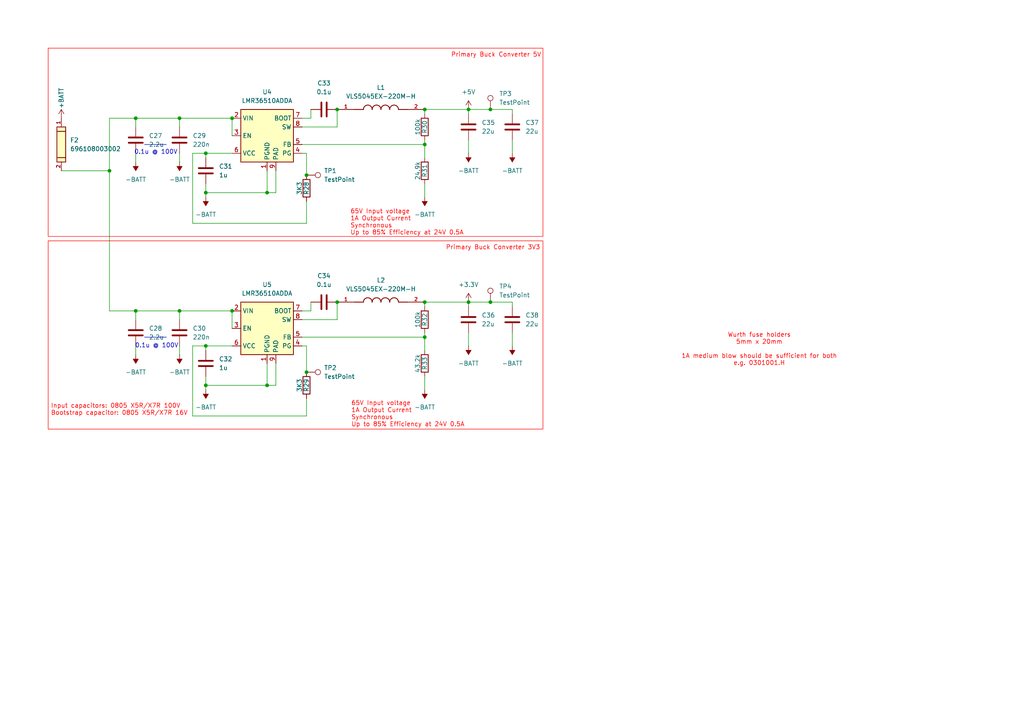
<source format=kicad_sch>
(kicad_sch (version 20250114) (generator "eeschema") (generator_version "9.0")
  (paper "A4")
  (title_block (title "IEM - Battery Management System") (date "2024-12-21") (rev "Rev 1.2") (company "Imperial Eco Marathon") (comment 1 "Designed by Anthony Ng") (comment 2 "Reviewed by "))
  (lib_symbols
    (symbol "696108003002:696108003002" (pin_names (offset 1.016))
      (property "Reference" "J" (at 0 2.54 0))
      (symbol "696108003002_0_0"
        (rectangle (start -5.08 -1.27) (end 5.08 1.27) (stroke (width 0.254)) (fill (type background)))
        (polyline (pts (xy -3.81 1.27) (xy -3.81 -1.27)) (stroke (width 0.254)))
        (polyline (pts (xy 3.81 1.27) (xy 3.81 -1.27)) (stroke (width 0.254)))
        (pin passive line (at -7.62 0 0) (length 2.54) (name "~") (number "1"))
        (pin passive line (at 7.62 0 180) (length 2.54) (name "~") (number "2"))
      )
    )
    (symbol "Connector:TestPoint" (pin_numbers (hide yes)) (pin_names (offset 0.762) (hide yes))
      (property "Reference" "TP" (at 0 6.858 0))
      (property "Value" "TestPoint" (at 0 5.08 0))
      (symbol "TestPoint_0_1"
        (circle (center 0 3.302) (radius 0.762))
      )
      (symbol "TestPoint_1_1"
        (pin passive line (at 0 0 90) (length 2.54) (name "1") (number "1"))
      )
    )
    (symbol "Device:C" (pin_numbers (hide yes)) (pin_names (offset 0.254))
      (property "Reference" "C" (at 0.635 2.54 0))
      (property "Value" "C" (at 0.635 -2.54 0))
      (symbol "C_0_1"
        (polyline (pts (xy -2.032 0.762) (xy 2.032 0.762)) (stroke (width 0.508)))
        (polyline (pts (xy -2.032 -0.762) (xy 2.032 -0.762)) (stroke (width 0.508)))
      )
      (symbol "C_1_1"
        (pin passive line (at 0 3.81 270) (length 2.794) (name "~") (number "1"))
        (pin passive line (at 0 -3.81 90) (length 2.794) (name "~") (number "2"))
      )
    )
    (symbol "Device:R" (pin_numbers (hide yes)) (pin_names (offset 0))
      (property "Reference" "R" (at 2.032 0 90))
      (property "Value" "R" (at 0 0 90))
      (symbol "R_0_1"
        (rectangle (start -1.016 -2.54) (end 1.016 2.54) (stroke (width 0.254)))
      )
      (symbol "R_1_1"
        (pin passive line (at 0 3.81 270) (length 1.27) (name "~") (number "1"))
        (pin passive line (at 0 -3.81 90) (length 1.27) (name "~") (number "2"))
      )
    )
    (symbol "Regulator_Switching:LMR36510ADDA"
      (property "Reference" "U" (at 0 11.43 0))
      (property "Value" "LMR36510ADDA" (at 0 8.89 0))
      (symbol "LMR36510ADDA_0_1"
        (rectangle (start -7.62 7.62) (end 7.62 -7.62) (stroke (width 0.254)) (fill (type background)))
      )
      (symbol "LMR36510ADDA_1_1"
        (pin power_in line (at -10.16 5.08 0) (length 2.54) (name "VIN") (number "2"))
        (pin input line (at -10.16 0 0) (length 2.54) (name "EN") (number "3"))
        (pin power_out line (at -10.16 -5.08 0) (length 2.54) (name "VCC") (number "6"))
        (pin power_in line (at 0 -10.16 90) (length 2.54) (name "PGND") (number "1"))
        (pin power_in line (at 2.54 -10.16 90) (length 2.54) (name "PAD") (number "9"))
        (pin input line (at 10.16 5.08 180) (length 2.54) (name "BOOT") (number "7"))
        (pin output line (at 10.16 2.54 180) (length 2.54) (name "SW") (number "8"))
        (pin input line (at 10.16 -2.54 180) (length 2.54) (name "FB") (number "5"))
        (pin open_collector line (at 10.16 -5.08 180) (length 2.54) (name "PG") (number "4"))
      )
    )
    (symbol "VLS5045EX-220M:VLS5045EX-220M-H" (pin_names (offset 1.016))
      (property "Reference" "L" (at -5.08 2.54 0))
      (property "Value" "VLS5045EX-220M-H" (at -5.08 -2.54 0))
      (symbol "VLS5045EX-220M-H_0_0"
        (polyline (pts (xy -5.08 0) (xy -7.62 0)) (stroke (width 0.254)))
        (arc (start -5.08 0) (mid -3.81 1.2645) (end -2.54 0) (stroke (width 0.254)))
        (arc (start -2.54 0) (mid -1.27 1.2645) (end 0 0) (stroke (width 0.254)))
        (arc (start 0 0) (mid 1.27 1.2645) (end 2.54 0) (stroke (width 0.254)))
        (arc (start 2.54 0) (mid 3.81 1.2645) (end 5.08 0) (stroke (width 0.254)))
        (polyline (pts (xy 5.08 0) (xy 7.62 0)) (stroke (width 0.254)))
        (pin passive line (at -12.7 0 0) (length 5.08) (name "~") (number "1"))
        (pin passive line (at 12.7 0 180) (length 5.08) (name "~") (number "2"))
      )
    )
    (symbol "power:+3.3V" (power) (pin_numbers (hide yes)) (pin_names (offset 0) (hide yes))
      (property "Value" "+3.3V" (at 0 3.556 0))
      (symbol "+3.3V_0_1"
        (polyline (pts (xy -0.762 1.27) (xy 0 2.54)))
        (polyline (pts (xy 0 2.54) (xy 0.762 1.27)))
        (polyline (pts (xy 0 0) (xy 0 2.54)))
      )
      (symbol "+3.3V_1_1"
        (pin power_in line (at 0 0 90) (length 0) (name "~") (number "1"))
      )
    )
    (symbol "power:+5V" (power) (pin_numbers (hide yes)) (pin_names (offset 0) (hide yes))
      (property "Value" "+5V" (at 0 3.556 0))
      (symbol "+5V_0_1"
        (polyline (pts (xy -0.762 1.27) (xy 0 2.54)))
        (polyline (pts (xy 0 2.54) (xy 0.762 1.27)))
        (polyline (pts (xy 0 0) (xy 0 2.54)))
      )
      (symbol "+5V_1_1"
        (pin power_in line (at 0 0 90) (length 0) (name "~") (number "1"))
      )
    )
    (symbol "power:+BATT" (power) (pin_numbers (hide yes)) (pin_names (offset 0) (hide yes))
      (property "Value" "+BATT" (at 0 3.556 0))
      (symbol "+BATT_0_1"
        (polyline (pts (xy -0.762 1.27) (xy 0 2.54)))
        (polyline (pts (xy 0 2.54) (xy 0.762 1.27)))
        (polyline (pts (xy 0 0) (xy 0 2.54)))
      )
      (symbol "+BATT_1_1"
        (pin power_in line (at 0 0 90) (length 0) (name "~") (number "1"))
      )
    )
    (symbol "power:-BATT" (power) (pin_numbers (hide yes)) (pin_names (offset 0) (hide yes))
      (property "Value" "-BATT" (at 0 3.556 0))
      (symbol "-BATT_0_1"
        (polyline (pts (xy 0 0) (xy 0 2.54)))
        (polyline (pts (xy 0.762 1.27) (xy -0.762 1.27) (xy 0 2.54) (xy 0.762 1.27)) (fill (type outline)))
      )
      (symbol "-BATT_1_1"
        (pin power_in line (at 0 0 90) (length 0) (name "~") (number "1"))
      )
    )
  )
  (rectangle (start 13.97 69.85) (end 157.48 124.46) (stroke (width 0) (color 255 0 0 1)))
  (rectangle (start 13.97 13.97) (end 157.48 68.58) (stroke (width 0) (color 255 0 0 1)))
  (text "65V Input voltage\n1A Output Current\nSynchronous\nUp to 85% Efficiency at 24V 0.5A" (at 101.854 120.142 0) (effects (font (size 1.27 1.27)) (justify left)))
  (text "0.1u @ 100V" (at 45.466 100.33 0) (effects (font (size 1.27 1.27))))
  (text "Primary Buck Converter 5V" (at 130.81 16.002 0) (effects (font (size 1.27 1.27)) (justify left)))
  (text "Wurth fuse holders\n5mm x 20mm\n\n1A medium blow should be sufficient for both\ne.g. 0301001.H" (at 220.218 101.346 0) (effects (font (size 1.27 1.27))))
  (text "65V Input voltage\n1A Output Current\nSynchronous\nUp to 85% Efficiency at 24V 0.5A" (at 101.6 64.516 0) (effects (font (size 1.27 1.27)) (justify left)))
  (text "Primary Buck Converter 3V3" (at 129.286 71.882 0) (effects (font (size 1.27 1.27)) (justify left)))
  (text "Input capacitors: 0805 X5R/X7R 100V\nBootstrap capacitor: 0805 X5R/X7R 16V" (at 14.732 118.872 0) (effects (font (size 1.27 1.27)) (justify left)))
  (text "0.1u @ 100V" (at 45.212 44.196 0) (effects (font (size 1.27 1.27))))
  (junction (at 97.79 87.63))
  (junction (at 52.07 90.17))
  (junction (at 123.19 31.75))
  (junction (at 97.79 31.75))
  (junction (at 59.69 55.88))
  (junction (at 135.89 87.63))
  (junction (at 123.19 87.63))
  (junction (at 31.75 49.53))
  (junction (at 123.19 41.91))
  (junction (at 67.31 34.29))
  (junction (at 77.47 111.76))
  (junction (at 59.69 100.33))
  (junction (at 142.24 31.75))
  (junction (at 59.69 111.76))
  (junction (at 123.19 97.79))
  (junction (at 88.9 50.8))
  (junction (at 39.37 90.17))
  (junction (at 142.24 87.63))
  (junction (at 52.07 34.29))
  (junction (at 135.89 31.75))
  (junction (at 67.31 90.17))
  (junction (at 39.37 34.29))
  (junction (at 77.47 55.88))
  (junction (at 59.69 44.45))
  (junction (at 88.9 107.95))
  (wire (pts (xy 148.59 88.9) (xy 148.59 87.63)))
  (wire (pts (xy 59.69 44.45) (xy 67.31 44.45)))
  (wire (pts (xy 123.19 40.64) (xy 123.19 41.91)))
  (wire (pts (xy 87.63 41.91) (xy 123.19 41.91)))
  (wire (pts (xy 88.9 115.57) (xy 88.9 120.65)))
  (wire (pts (xy 80.01 49.53) (xy 80.01 55.88)))
  (wire (pts (xy 135.89 40.64) (xy 135.89 44.45)))
  (wire (pts (xy 135.89 88.9) (xy 135.89 87.63)))
  (wire (pts (xy 148.59 31.75) (xy 142.24 31.75)))
  (wire (pts (xy 31.75 49.53) (xy 31.75 34.29)))
  (wire (pts (xy 80.01 111.76) (xy 77.47 111.76)))
  (wire (pts (xy 59.69 53.34) (xy 59.69 55.88)))
  (wire (pts (xy 148.59 87.63) (xy 142.24 87.63)))
  (wire (pts (xy 88.9 107.95) (xy 88.9 100.33)))
  (wire (pts (xy 59.69 45.72) (xy 59.69 44.45)))
  (wire (pts (xy 77.47 55.88) (xy 59.69 55.88)))
  (wire (pts (xy 123.19 109.22) (xy 123.19 113.03)))
  (wire (pts (xy 148.59 40.64) (xy 148.59 44.45)))
  (wire (pts (xy 59.69 101.6) (xy 59.69 100.33)))
  (wire (pts (xy 142.24 87.63) (xy 135.89 87.63)))
  (wire (pts (xy 67.31 34.29) (xy 67.31 39.37)))
  (wire (pts (xy 123.19 31.75) (xy 123.19 33.02)))
  (wire (pts (xy 148.59 33.02) (xy 148.59 31.75)))
  (wire (pts (xy 142.24 31.75) (xy 135.89 31.75)))
  (wire (pts (xy 52.07 44.45) (xy 52.07 46.99)))
  (wire (pts (xy 88.9 58.42) (xy 88.9 64.77)))
  (wire (pts (xy 31.75 34.29) (xy 39.37 34.29)))
  (wire (pts (xy 123.19 53.34) (xy 123.19 57.15)))
  (wire (pts (xy 87.63 34.29) (xy 90.17 34.29)))
  (wire (pts (xy 52.07 34.29) (xy 67.31 34.29)))
  (wire (pts (xy 52.07 100.33) (xy 52.07 102.87)))
  (wire (pts (xy 17.78 49.53) (xy 31.75 49.53)))
  (wire (pts (xy 90.17 90.17) (xy 90.17 87.63)))
  (wire (pts (xy 123.19 96.52) (xy 123.19 97.79)))
  (wire (pts (xy 77.47 49.53) (xy 77.47 55.88)))
  (wire (pts (xy 39.37 44.45) (xy 39.37 46.99)))
  (wire (pts (xy 123.19 97.79) (xy 123.19 101.6)))
  (wire (pts (xy 97.79 36.83) (xy 97.79 31.75)))
  (wire (pts (xy 59.69 55.88) (xy 59.69 57.15)))
  (wire (pts (xy 39.37 92.71) (xy 39.37 90.17)))
  (wire (pts (xy 77.47 105.41) (xy 77.47 111.76)))
  (wire (pts (xy 39.37 36.83) (xy 39.37 34.29)))
  (wire (pts (xy 88.9 44.45) (xy 87.63 44.45)))
  (wire (pts (xy 135.89 96.52) (xy 135.89 100.33)))
  (wire (pts (xy 123.19 41.91) (xy 123.19 45.72)))
  (wire (pts (xy 135.89 33.02) (xy 135.89 31.75)))
  (wire (pts (xy 148.59 96.52) (xy 148.59 100.33)))
  (wire (pts (xy 135.89 31.75) (xy 123.19 31.75)))
  (wire (pts (xy 80.01 55.88) (xy 77.47 55.88)))
  (wire (pts (xy 31.75 90.17) (xy 31.75 49.53)))
  (wire (pts (xy 52.07 90.17) (xy 67.31 90.17)))
  (wire (pts (xy 88.9 64.77) (xy 55.88 64.77)))
  (wire (pts (xy 39.37 34.29) (xy 52.07 34.29)))
  (wire (pts (xy 87.63 90.17) (xy 90.17 90.17)))
  (wire (pts (xy 80.01 105.41) (xy 80.01 111.76)))
  (wire (pts (xy 77.47 111.76) (xy 59.69 111.76)))
  (wire (pts (xy 123.19 87.63) (xy 123.19 88.9)))
  (wire (pts (xy 55.88 100.33) (xy 59.69 100.33)))
  (wire (pts (xy 55.88 120.65) (xy 55.88 100.33)))
  (wire (pts (xy 97.79 92.71) (xy 97.79 87.63)))
  (wire (pts (xy 87.63 92.71) (xy 97.79 92.71)))
  (wire (pts (xy 59.69 111.76) (xy 59.69 113.03)))
  (wire (pts (xy 88.9 100.33) (xy 87.63 100.33)))
  (wire (pts (xy 59.69 109.22) (xy 59.69 111.76)))
  (wire (pts (xy 88.9 50.8) (xy 88.9 44.45)))
  (wire (pts (xy 67.31 90.17) (xy 67.31 95.25)))
  (wire (pts (xy 31.75 90.17) (xy 39.37 90.17)))
  (wire (pts (xy 52.07 36.83) (xy 52.07 34.29)))
  (wire (pts (xy 59.69 100.33) (xy 67.31 100.33)))
  (wire (pts (xy 90.17 34.29) (xy 90.17 31.75)))
  (wire (pts (xy 135.89 87.63) (xy 123.19 87.63)))
  (wire (pts (xy 52.07 92.71) (xy 52.07 90.17)))
  (wire (pts (xy 87.63 97.79) (xy 123.19 97.79)))
  (wire (pts (xy 87.63 36.83) (xy 97.79 36.83)))
  (wire (pts (xy 55.88 64.77) (xy 55.88 44.45)))
  (wire (pts (xy 55.88 44.45) (xy 59.69 44.45)))
  (polyline (pts (xy 41.91 41.91) (xy 48.26 41.91)))
  (wire (pts (xy 88.9 120.65) (xy 55.88 120.65)))
  (polyline (pts (xy 41.91 97.79) (xy 48.26 97.79)))
  (wire (pts (xy 39.37 90.17) (xy 52.07 90.17)))
  (wire (pts (xy 39.37 100.33) (xy 39.37 102.87)))
  (symbol (lib_id "power:-BATT") (at 135.89 100.33 180) (unit 1)
    (property "Reference" "#PWR071" (effects (hide yes)))
    (property "Value" "-BATT" (at 135.89 105.41 0))
    (property "Description" "Power symbol creates a global label with name \"-BATT\"" (effects (hide yes)))
  )
  (symbol (lib_id "power:-BATT") (at 39.37 102.87 180) (unit 1)
    (property "Reference" "#PWR061" (effects (hide yes)))
    (property "Value" "-BATT" (at 39.37 107.95 0))
    (property "Description" "Power symbol creates a global label with name \"-BATT\"" (effects (hide yes)))
  )
  (symbol (lib_id "power:-BATT") (at 123.19 57.15 180) (unit 1)
    (property "Reference" "#PWR066" (effects (hide yes)))
    (property "Value" "-BATT" (at 123.19 62.23 0))
    (property "Description" "Power symbol creates a global label with name \"-BATT\"" (effects (hide yes)))
  )
  (symbol (lib_id "Device:C") (at 52.07 96.52 0) (unit 1)
    (property "Reference" "C30" (at 55.88 95.2499 0) (effects (justify left)))
    (property "Value" "220n" (at 55.88 97.7899 0) (effects (justify left)))
    (property "Footprint" "Capacitor_SMD:C_0805_2012Metric_Pad1.18x1.45mm_HandSolder" (effects (hide yes)))
    (property "Description" "Unpolarized capacitor" (effects (hide yes)))
  )
  (symbol (lib_id "VLS5045EX-220M:VLS5045EX-220M-H") (at 110.49 87.63 0) (unit 1)
    (property "Reference" "L2" (at 110.49 81.28 0))
    (property "Value" "VLS5045EX-220M-H" (at 110.49 83.82 0))
    (property "Footprint" "VLS5045EX-220M:IND_VLS5045EX-220M-H" (effects (hide yes)))
    (property "MF" "TDK Corporation" (effects (hide yes)))
    (property "MAXIMUM_PACKAGE_HEIGHT" "4.5 mm" (effects (hide yes)))
    (property "Package" "NON STANDARD-2 TDK" (effects (hide yes)))
    (property "Price" "None" (effects (hide yes)))
    (property "Check_prices" "https://www.snapeda.com/parts/VLS5045EX-220M-H/TDK/view-part/?ref=eda" (effects (hide yes)))
    (property "STANDARD" "Manufacturer Recommendations" (effects (hide yes)))
    (property "PARTREV" "20200805" (effects (hide yes)))
    (property "SnapEDA_Link" "https://www.snapeda.com/parts/VLS5045EX-220M-H/TDK/view-part/?ref=snap" (effects (hide yes)))
    (property "MP" "VLS5045EX-220M-H" (effects (hide yes)))
    (property "Description_1" "\n                        \n                            22 µH Shielded Drum Core, Wirewound Inductor 1.8 A 162.5mOhm Max Nonstandard -\n                        \n" (effects (hide yes)))
    (property "Availability" "In Stock" (effects (hide yes)))
    (property "MANUFACTURER" "TDK Corporation" (effects (hide yes)))
  )
  (symbol (lib_id "power:+3.3V") (at 135.89 87.63 0) (unit 1)
    (property "Reference" "#PWR070" (effects (hide yes)))
    (property "Value" "+3.3V" (at 135.89 82.55 0))
    (property "Description" "Power symbol creates a global label with name \"+3.3V\"" (effects (hide yes)))
  )
  (symbol (lib_id "Device:C") (at 39.37 40.64 0) (unit 1)
    (property "Reference" "C27" (at 43.18 39.3699 0) (effects (justify left)))
    (property "Value" "2.2u" (at 43.18 41.9099 0) (effects (justify left)))
    (property "Footprint" "Capacitor_SMD:C_0805_2012Metric_Pad1.18x1.45mm_HandSolder" (effects (hide yes)))
    (property "Description" "Unpolarized capacitor" (effects (hide yes)))
  )
  (symbol (lib_id "power:-BATT") (at 135.89 44.45 180) (unit 1)
    (property "Reference" "#PWR069" (effects (hide yes)))
    (property "Value" "-BATT" (at 135.89 49.53 0))
    (property "Description" "Power symbol creates a global label with name \"-BATT\"" (effects (hide yes)))
  )
  (symbol (lib_id "696108003002:696108003002") (at 17.78 41.91 270) (unit 1)
    (property "Reference" "F2" (at 20.32 40.6399 90) (effects (justify left)))
    (property "Value" "696108003002" (at 20.32 43.1799 90) (effects (justify left)))
    (property "Footprint" "696108003002:696108003002" (effects (hide yes)))
    (property "Check_prices" "https://www.snapeda.com/parts/696108003002/W%25C3%25BCrth+Elektronik+Midcom/view-part/?ref=eda" (effects (hide yes)))
    (property "MF" "Würth Elektronik" (effects (hide yes)))
    (property "Description_1" "\n                        \n                            Fuse Block 20 A 250V 1 Circuit Cartridge Through Hole\n                        \n" (effects (hide yes)))
    (property "Package" "None" (effects (hide yes)))
    (property "Price" "None" (effects (hide yes)))
    (property "IR-VDE" "6.3A" (effects (hide yes)))
    (property "IR-UL" "20A" (effects (hide yes)))
    (property "VALUE" "696108003002" (effects (hide yes)))
    (property "MATES" "696122003001" (effects (hide yes)))
    (property "DATASHEET-URL" "https://www.we-online.com/catalog/datasheet/696108003002.pdf" (effects (hide yes)))
    (property "MP" "696108003002" (effects (hide yes)))
    (property "PART-NUMBER" "696108003002" (effects (hide yes)))
    (property "Availability" "In Stock" (effects (hide yes)))
    (property "SnapEDA_Link" "https://www.snapeda.com/parts/696108003002/W%25C3%25BCrth+Elektronik+Midcom/view-part/?ref=snap" (effects (hide yes)))
  )
  (symbol (lib_id "Connector:TestPoint") (at 142.24 87.63 0) (unit 1)
    (property "Reference" "TP4" (at 144.78 83.0579 0) (effects (justify left)))
    (property "Value" "TestPoint" (at 144.78 85.5979 0) (effects (justify left)))
    (property "Footprint" "TestPoint:TestPoint_Pad_1.0x1.0mm" (effects (hide yes)))
    (property "Description" "test point" (effects (hide yes)))
  )
  (symbol (lib_id "power:-BATT") (at 123.19 113.03 180) (unit 1)
    (property "Reference" "#PWR067" (effects (hide yes)))
    (property "Value" "-BATT" (at 123.19 118.11 0))
    (property "Description" "Power symbol creates a global label with name \"-BATT\"" (effects (hide yes)))
  )
  (symbol (lib_id "Device:C") (at 52.07 40.64 0) (unit 1)
    (property "Reference" "C29" (at 55.88 39.3699 0) (effects (justify left)))
    (property "Value" "220n" (at 55.88 41.9099 0) (effects (justify left)))
    (property "Footprint" "Capacitor_SMD:C_0805_2012Metric_Pad1.18x1.45mm_HandSolder" (effects (hide yes)))
    (property "Description" "Unpolarized capacitor" (effects (hide yes)))
  )
  (symbol (lib_id "Device:C") (at 39.37 96.52 0) (unit 1)
    (property "Reference" "C28" (at 43.18 95.2499 0) (effects (justify left)))
    (property "Value" "2.2u" (at 43.18 97.7899 0) (effects (justify left)))
    (property "Footprint" "Capacitor_SMD:C_0805_2012Metric_Pad1.18x1.45mm_HandSolder" (effects (hide yes)))
    (property "Description" "Unpolarized capacitor" (effects (hide yes)))
  )
  (symbol (lib_id "power:+5V") (at 135.89 31.75 0) (unit 1)
    (property "Reference" "#PWR068" (effects (hide yes)))
    (property "Value" "+5V" (at 135.89 26.67 0))
    (property "Description" "Power symbol creates a global label with name \"+5V\"" (effects (hide yes)))
  )
  (symbol (lib_id "Device:R") (at 123.19 49.53 180) (unit 1)
    (property "Reference" "R31" (at 123.19 49.53 90))
    (property "Value" "24.9k" (at 121.158 49.53 90))
    (property "Footprint" "Resistor_SMD:R_0805_2012Metric_Pad1.20x1.40mm_HandSolder" (effects (hide yes)))
    (property "Description" "Resistor" (effects (hide yes)))
  )
  (symbol (lib_id "Device:R") (at 88.9 54.61 180) (unit 1)
    (property "Reference" "R28" (at 88.9 54.61 90))
    (property "Value" "3K3" (at 86.868 54.61 90))
    (property "Footprint" "Resistor_SMD:R_0805_2012Metric_Pad1.20x1.40mm_HandSolder" (effects (hide yes)))
    (property "Description" "Resistor" (effects (hide yes)))
  )
  (symbol (lib_id "Regulator_Switching:LMR36510ADDA") (at 77.47 95.25 0) (unit 1)
    (property "Reference" "U5" (at 77.47 82.55 0))
    (property "Value" "LMR36510ADDA" (at 77.47 85.09 0))
    (property "Footprint" "Package_SO:Texas_HTSOP-8-1EP_3.9x4.9mm_P1.27mm_EP2.95x4.9mm_Mask2.4x3.1mm_ThermalVias" (effects (hide yes)))
    (property "Datasheet" "http://www.ti.com/lit/ds/symlink/lmr36510.pdf" (effects (hide yes)))
    (property "Description" "Simple Switcher Synchronous Buck Regulator, Vin=4.2-65V, Iout=1A, F=400kHz, Adjustable output voltage, HSOP-8" (effects (hide yes)))
  )
  (symbol (lib_id "Device:R") (at 123.19 36.83 180) (unit 1)
    (property "Reference" "R30" (at 123.19 36.83 90))
    (property "Value" "100k" (at 121.158 36.83 90))
    (property "Footprint" "Resistor_SMD:R_0805_2012Metric_Pad1.20x1.40mm_HandSolder" (effects (hide yes)))
    (property "Description" "Resistor" (effects (hide yes)))
  )
  (symbol (lib_id "Device:C") (at 59.69 49.53 0) (unit 1)
    (property "Reference" "C31" (at 63.5 48.2599 0) (effects (justify left)))
    (property "Value" "1u" (at 63.5 50.7999 0) (effects (justify left)))
    (property "Footprint" "Capacitor_SMD:C_0805_2012Metric_Pad1.18x1.45mm_HandSolder" (effects (hide yes)))
    (property "Description" "Unpolarized capacitor" (effects (hide yes)))
  )
  (symbol (lib_id "Device:C") (at 59.69 105.41 0) (unit 1)
    (property "Reference" "C32" (at 63.5 104.1399 0) (effects (justify left)))
    (property "Value" "1u" (at 63.5 106.6799 0) (effects (justify left)))
    (property "Footprint" "Capacitor_SMD:C_0805_2012Metric_Pad1.18x1.45mm_HandSolder" (effects (hide yes)))
    (property "Description" "Unpolarized capacitor" (effects (hide yes)))
  )
  (symbol (lib_id "Device:R") (at 123.19 105.41 180) (unit 1)
    (property "Reference" "R33" (at 123.19 105.41 90))
    (property "Value" "43.2k" (at 121.158 105.41 90))
    (property "Footprint" "Resistor_SMD:R_0805_2012Metric_Pad1.20x1.40mm_HandSolder" (effects (hide yes)))
    (property "Description" "Resistor" (effects (hide yes)))
  )
  (symbol (lib_id "Device:R") (at 123.19 92.71 180) (unit 1)
    (property "Reference" "R32" (at 123.19 92.71 90))
    (property "Value" "100k" (at 121.158 92.71 90))
    (property "Footprint" "Resistor_SMD:R_0805_2012Metric_Pad1.20x1.40mm_HandSolder" (effects (hide yes)))
    (property "Description" "Resistor" (effects (hide yes)))
  )
  (symbol (lib_id "Device:C") (at 148.59 36.83 0) (unit 1)
    (property "Reference" "C37" (at 152.4 35.5599 0) (effects (justify left)))
    (property "Value" "22u" (at 152.4 38.0999 0) (effects (justify left)))
    (property "Footprint" "Capacitor_SMD:C_0805_2012Metric_Pad1.18x1.45mm_HandSolder" (effects (hide yes)))
    (property "Description" "Unpolarized capacitor" (effects (hide yes)))
  )
  (symbol (lib_id "Device:C") (at 135.89 92.71 0) (unit 1)
    (property "Reference" "C36" (at 139.7 91.4399 0) (effects (justify left)))
    (property "Value" "22u" (at 139.7 93.9799 0) (effects (justify left)))
    (property "Footprint" "Capacitor_SMD:C_0805_2012Metric_Pad1.18x1.45mm_HandSolder" (effects (hide yes)))
    (property "Description" "Unpolarized capacitor" (effects (hide yes)))
  )
  (symbol (lib_id "Connector:TestPoint") (at 88.9 107.95 270) (unit 1)
    (property "Reference" "TP2" (at 93.98 106.6799 90) (effects (justify left)))
    (property "Value" "TestPoint" (at 93.98 109.2199 90) (effects (justify left)))
    (property "Footprint" "TestPoint:TestPoint_Pad_1.0x1.0mm" (effects (hide yes)))
    (property "Description" "test point" (effects (hide yes)))
  )
  (symbol (lib_id "power:-BATT") (at 52.07 46.99 180) (unit 1)
    (property "Reference" "#PWR062" (effects (hide yes)))
    (property "Value" "-BATT" (at 52.07 52.07 0))
    (property "Description" "Power symbol creates a global label with name \"-BATT\"" (effects (hide yes)))
  )
  (symbol (lib_id "power:-BATT") (at 59.69 113.03 180) (unit 1)
    (property "Reference" "#PWR065" (effects (hide yes)))
    (property "Value" "-BATT" (at 59.69 118.11 0))
    (property "Description" "Power symbol creates a global label with name \"-BATT\"" (effects (hide yes)))
  )
  (symbol (lib_id "Device:C") (at 135.89 36.83 0) (unit 1)
    (property "Reference" "C35" (at 139.7 35.5599 0) (effects (justify left)))
    (property "Value" "22u" (at 139.7 38.0999 0) (effects (justify left)))
    (property "Footprint" "Capacitor_SMD:C_0805_2012Metric_Pad1.18x1.45mm_HandSolder" (effects (hide yes)))
    (property "Description" "Unpolarized capacitor" (effects (hide yes)))
  )
  (symbol (lib_id "power:-BATT") (at 59.69 57.15 180) (unit 1)
    (property "Reference" "#PWR064" (effects (hide yes)))
    (property "Value" "-BATT" (at 59.69 62.23 0))
    (property "Description" "Power symbol creates a global label with name \"-BATT\"" (effects (hide yes)))
  )
  (symbol (lib_id "Connector:TestPoint") (at 142.24 31.75 0) (unit 1)
    (property "Reference" "TP3" (at 144.78 27.1779 0) (effects (justify left)))
    (property "Value" "TestPoint" (at 144.78 29.7179 0) (effects (justify left)))
    (property "Footprint" "TestPoint:TestPoint_Pad_1.0x1.0mm" (effects (hide yes)))
    (property "Description" "test point" (effects (hide yes)))
  )
  (symbol (lib_id "Device:C") (at 93.98 31.75 90) (unit 1)
    (property "Reference" "C33" (at 93.98 24.13 90))
    (property "Value" "0.1u" (at 93.98 26.67 90))
    (property "Footprint" "Capacitor_SMD:C_0805_2012Metric_Pad1.18x1.45mm_HandSolder" (effects (hide yes)))
    (property "Description" "Unpolarized capacitor" (effects (hide yes)))
  )
  (symbol (lib_id "Connector:TestPoint") (at 88.9 50.8 270) (unit 1)
    (property "Reference" "TP1" (at 93.98 49.5299 90) (effects (justify left)))
    (property "Value" "TestPoint" (at 93.98 52.0699 90) (effects (justify left)))
    (property "Footprint" "TestPoint:TestPoint_Pad_1.0x1.0mm" (effects (hide yes)))
    (property "Description" "test point" (effects (hide yes)))
  )
  (symbol (lib_id "Device:R") (at 88.9 111.76 180) (unit 1)
    (property "Reference" "R29" (at 88.9 111.76 90))
    (property "Value" "3K3" (at 86.868 111.76 90))
    (property "Footprint" "Resistor_SMD:R_0805_2012Metric_Pad1.20x1.40mm_HandSolder" (effects (hide yes)))
    (property "Description" "Resistor" (effects (hide yes)))
  )
  (symbol (lib_id "power:-BATT") (at 39.37 46.99 180) (unit 1)
    (property "Reference" "#PWR060" (effects (hide yes)))
    (property "Value" "-BATT" (at 39.37 52.07 0))
    (property "Description" "Power symbol creates a global label with name \"-BATT\"" (effects (hide yes)))
  )
  (symbol (lib_id "Device:C") (at 93.98 87.63 90) (unit 1)
    (property "Reference" "C34" (at 93.98 80.01 90))
    (property "Value" "0.1u" (at 93.98 82.55 90))
    (property "Footprint" "Capacitor_SMD:C_0805_2012Metric_Pad1.18x1.45mm_HandSolder" (effects (hide yes)))
    (property "Description" "Unpolarized capacitor" (effects (hide yes)))
  )
  (symbol (lib_id "power:-BATT") (at 52.07 102.87 180) (unit 1)
    (property "Reference" "#PWR063" (effects (hide yes)))
    (property "Value" "-BATT" (at 52.07 107.95 0))
    (property "Description" "Power symbol creates a global label with name \"-BATT\"" (effects (hide yes)))
  )
  (symbol (lib_id "Device:C") (at 148.59 92.71 0) (unit 1)
    (property "Reference" "C38" (at 152.4 91.4399 0) (effects (justify left)))
    (property "Value" "22u" (at 152.4 93.9799 0) (effects (justify left)))
    (property "Footprint" "Capacitor_SMD:C_0805_2012Metric_Pad1.18x1.45mm_HandSolder" (effects (hide yes)))
    (property "Description" "Unpolarized capacitor" (effects (hide yes)))
  )
  (symbol (lib_id "power:-BATT") (at 148.59 100.33 180) (unit 1)
    (property "Reference" "#PWR073" (effects (hide yes)))
    (property "Value" "-BATT" (at 148.59 105.41 0))
    (property "Description" "Power symbol creates a global label with name \"-BATT\"" (effects (hide yes)))
  )
  (symbol (lib_id "VLS5045EX-220M:VLS5045EX-220M-H") (at 110.49 31.75 0) (unit 1)
    (property "Reference" "L1" (at 110.49 25.4 0))
    (property "Value" "VLS5045EX-220M-H" (at 110.49 27.94 0))
    (property "Footprint" "VLS5045EX-220M:IND_VLS5045EX-220M-H" (effects (hide yes)))
    (property "MF" "TDK Corporation" (effects (hide yes)))
    (property "MAXIMUM_PACKAGE_HEIGHT" "4.5 mm" (effects (hide yes)))
    (property "Package" "NON STANDARD-2 TDK" (effects (hide yes)))
    (property "Price" "None" (effects (hide yes)))
    (property "Check_prices" "https://www.snapeda.com/parts/VLS5045EX-220M-H/TDK/view-part/?ref=eda" (effects (hide yes)))
    (property "STANDARD" "Manufacturer Recommendations" (effects (hide yes)))
    (property "PARTREV" "20200805" (effects (hide yes)))
    (property "SnapEDA_Link" "https://www.snapeda.com/parts/VLS5045EX-220M-H/TDK/view-part/?ref=snap" (effects (hide yes)))
    (property "MP" "VLS5045EX-220M-H" (effects (hide yes)))
    (property "Description_1" "\n                        \n                            22 µH Shielded Drum Core, Wirewound Inductor 1.8 A 162.5mOhm Max Nonstandard -\n                        \n" (effects (hide yes)))
    (property "Availability" "In Stock" (effects (hide yes)))
    (property "MANUFACTURER" "TDK Corporation" (effects (hide yes)))
  )
  (symbol (lib_id "Regulator_Switching:LMR36510ADDA") (at 77.47 39.37 0) (unit 1)
    (property "Reference" "U4" (at 77.47 26.67 0))
    (property "Value" "LMR36510ADDA" (at 77.47 29.21 0))
    (property "Footprint" "Package_SO:Texas_HTSOP-8-1EP_3.9x4.9mm_P1.27mm_EP2.95x4.9mm_Mask2.4x3.1mm_ThermalVias" (effects (hide yes)))
    (property "Datasheet" "http://www.ti.com/lit/ds/symlink/lmr36510.pdf" (effects (hide yes)))
    (property "Description" "Simple Switcher Synchronous Buck Regulator, Vin=4.2-65V, Iout=1A, F=400kHz, Adjustable output voltage, HSOP-8" (effects (hide yes)))
  )
  (symbol (lib_id "power:-BATT") (at 148.59 44.45 180) (unit 1)
    (property "Reference" "#PWR072" (effects (hide yes)))
    (property "Value" "-BATT" (at 148.59 49.53 0))
    (property "Description" "Power symbol creates a global label with name \"-BATT\"" (effects (hide yes)))
  )
  (symbol (lib_id "power:+BATT") (at 17.78 34.29 0) (unit 1)
    (property "Reference" "#PWR059" (effects (hide yes)))
    (property "Value" "+BATT" (at 17.78 28.448 90))
    (property "Description" "Power symbol creates a global label with name \"+BATT\"" (effects (hide yes)))
  )
)
</source>
